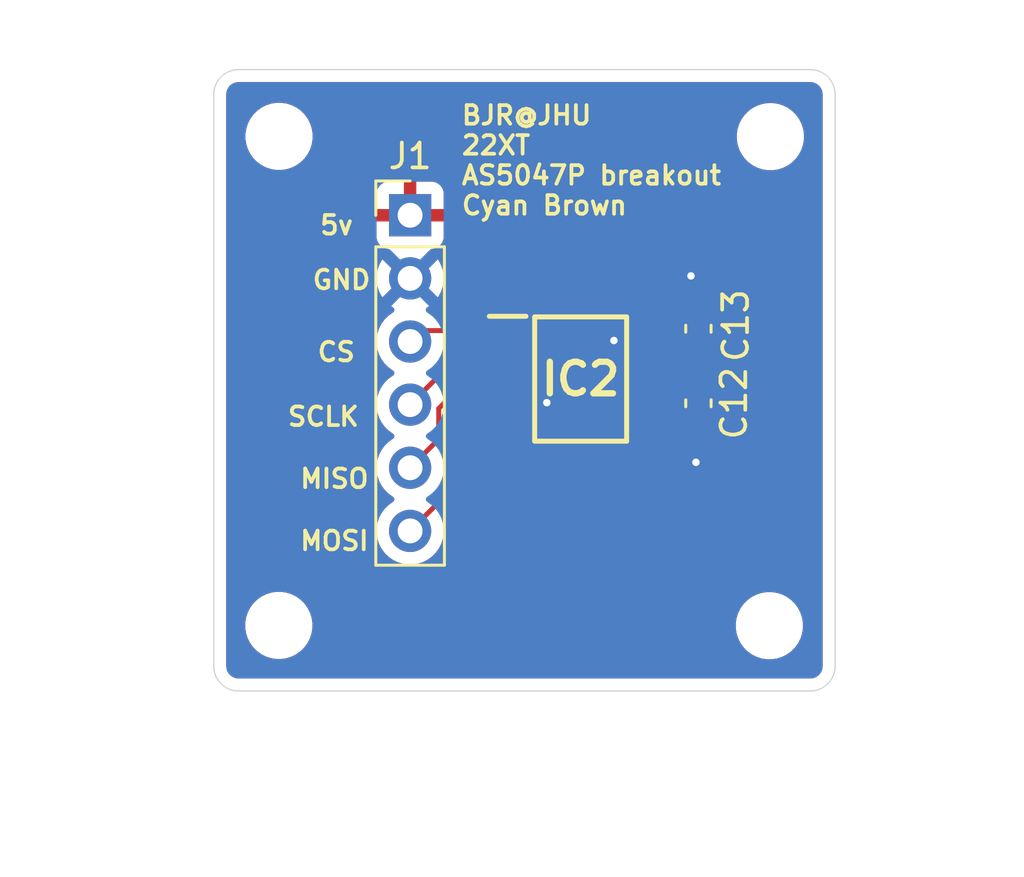
<source format=kicad_pcb>
(kicad_pcb (version 20241229) (generator "pcbnew") (generator_version "9.0")
  (layers (0 "F.Cu" signal) (2 "B.Cu" signal) (13 "F.Paste" user) (15 "B.Paste" user) (5 "F.SilkS" user "F.Silkscreen") (7 "B.SilkS" user "B.Silkscreen") (1 "F.Mask" user) (3 "B.Mask" user) (25 "Edge.Cuts" user))
  (net 0 "")
  (net 1 "GND")
  (net 2 "5v")
  (net 3 "Net-(IC2-VDD3V)")
  (net 5 "MISO")
  (net 6 "!CS")
  (net 7 "SCLK")
  (net 9 "MOSI")
  (footprint "MountingHole:MountingHole_2.2mm_M2" (layer "F.Cu") (at 152.494313 74.79766)
    (property "Reference" "H1" (hide yes))
    (property "Value" "MountingHole")
    (pad "" np_thru_hole circle (at 0 0) (size 2.2 2.2) (drill 2.2) (layers "*.Cu" "*.Mask"))
  )
  (footprint "MountingHole:MountingHole_2.2mm_M2" (layer "F.Cu") (at 152.453527 94.473245)
    (property "Reference" "H4" (hide yes))
    (property "Value" "MountingHole")
    (pad "" np_thru_hole circle (at 0 0) (size 2.2 2.2) (drill 2.2) (layers "*.Cu" "*.Mask"))
  )
  (footprint "Connector_PinHeader_2.54mm:PinHeader_1x06_P2.54mm_Vertical" (layer "F.Cu") (at 138 77.96)
    (property "Reference" "J1" (at 0 -2.38 0) (layer "F.SilkS"))
    (property "Value" "Conn_01x06")
    (fp_line (start -1.38 -1.38) (end 0 -1.38) (stroke (width 0.12)) (layer "F.SilkS"))
    (fp_line (start -1.38 0) (end -1.38 -1.38) (stroke (width 0.12)) (layer "F.SilkS"))
    (fp_line (start -1.38 1.27) (end -1.38 14.08) (stroke (width 0.12)) (layer "F.SilkS"))
    (fp_line (start -1.38 1.27) (end 1.38 1.27) (stroke (width 0.12)) (layer "F.SilkS"))
    (fp_line (start -1.38 14.08) (end 1.38 14.08) (stroke (width 0.12)) (layer "F.SilkS"))
    (fp_line (start 1.38 1.27) (end 1.38 14.08) (stroke (width 0.12)) (layer "F.SilkS"))
    (pad "1" thru_hole rect (at 0 0) (size 1.7 1.7) (drill 1) (layers "*.Cu" "*.Mask") (net 2 "5v"))
    (pad "2" thru_hole circle (at 0 2.54) (size 1.7 1.7) (drill 1) (layers "*.Cu" "*.Mask") (net 1 "GND"))
    (pad "3" thru_hole circle (at 0 5.08) (size 1.7 1.7) (drill 1) (layers "*.Cu" "*.Mask") (net 6 "!CS"))
    (pad "4" thru_hole circle (at 0 7.62) (size 1.7 1.7) (drill 1) (layers "*.Cu" "*.Mask") (net 7 "SCLK"))
    (pad "5" thru_hole circle (at 0 10.16) (size 1.7 1.7) (drill 1) (layers "*.Cu" "*.Mask") (net 5 "MISO"))
    (pad "6" thru_hole circle (at 0 12.7) (size 1.7 1.7) (drill 1) (layers "*.Cu" "*.Mask") (net 9 "MOSI"))
  )
  (footprint "can_encoder:AS5047P-ATSM" (layer "F.Cu") (at 144.862 84.55)
    (property "Reference" "IC2" (at 0 0 0) (layer "F.SilkS") (effects (font (size 1.27 1.27) (thickness 0.254))))
    (property "Value" "AS5047P-ATSM" (hide yes))
    (fp_line (start -3.675 -2.525) (end -2.2 -2.525) (stroke (width 0.2)) (layer "F.SilkS"))
    (fp_line (start -1.85 -2.5) (end 1.85 -2.5) (stroke (width 0.2)) (layer "F.SilkS"))
    (fp_line (start -1.85 2.5) (end -1.85 -2.5) (stroke (width 0.2)) (layer "F.SilkS"))
    (fp_line (start 1.85 -2.5) (end 1.85 2.5) (stroke (width 0.2)) (layer "F.SilkS"))
    (fp_line (start 1.85 2.5) (end -1.85 2.5) (stroke (width 0.2)) (layer "F.SilkS"))
    (pad "1" smd rect (at -2.938 -1.95 90) (size 0.45 1.475) (layers "F.Cu" "F.Mask" "F.Paste") (net 6 "!CS"))
    (pad "2" smd rect (at -2.938 -1.3 90) (size 0.45 1.475) (layers "F.Cu" "F.Mask" "F.Paste") (net 7 "SCLK"))
    (pad "3" smd rect (at -2.938 -0.65 90) (size 0.45 1.475) (layers "F.Cu" "F.Mask" "F.Paste") (net 5 "MISO"))
    (pad "4" smd rect (at -2.938 0 90) (size 0.45 1.475) (layers "F.Cu" "F.Mask" "F.Paste") (net 9 "MOSI"))
    (pad "5" smd rect (at -2.938 0.65 90) (size 0.45 1.475) (layers "F.Cu" "F.Mask" "F.Paste") (net 1 "GND"))
    (pad "6" smd rect (at -2.938 1.3 90) (size 0.45 1.475) (layers "F.Cu" "F.Mask" "F.Paste"))
    (pad "7" smd rect (at -2.938 1.95 90) (size 0.45 1.475) (layers "F.Cu" "F.Mask" "F.Paste"))
    (pad "8" smd rect (at 2.938 1.95 90) (size 0.45 1.475) (layers "F.Cu" "F.Mask" "F.Paste"))
    (pad "9" smd rect (at 2.938 1.3 90) (size 0.45 1.475) (layers "F.Cu" "F.Mask" "F.Paste"))
    (pad "10" smd rect (at 2.938 0.65 90) (size 0.45 1.475) (layers "F.Cu" "F.Mask" "F.Paste"))
    (pad "11" smd rect (at 2.938 0 90) (size 0.45 1.475) (layers "F.Cu" "F.Mask" "F.Paste") (net 2 "5v"))
    (pad "12" smd rect (at 2.938 -0.65 90) (size 0.45 1.475) (layers "F.Cu" "F.Mask" "F.Paste") (net 3 "Net-(IC2-VDD3V)"))
    (pad "13" smd rect (at 2.938 -1.3 90) (size 0.45 1.475) (layers "F.Cu" "F.Mask" "F.Paste") (net 1 "GND"))
    (pad "14" smd rect (at 2.938 -1.95 90) (size 0.45 1.475) (layers "F.Cu" "F.Mask" "F.Paste"))
  )
  (footprint "Capacitor_SMD:C_0603_1608Metric" (layer "F.Cu") (at 149.6 85.525 -90)
    (property "Reference" "C12" (at 0 -1.43 90) (layer "F.SilkS"))
    (property "Value" "100nF" (hide yes))
    (fp_line (start -0.14058 0.51) (end 0.14058 0.51) (stroke (width 0.12)) (layer "F.SilkS"))
    (fp_line (start -0.14058 -0.51) (end 0.14058 -0.51) (stroke (width 0.12)) (layer "F.SilkS"))
    (pad "1" smd roundrect (at -0.775 0 270) (size 0.9 0.95) (layers "F.Cu" "F.Mask" "F.Paste") (net 2 "5v"))
    (pad "2" smd roundrect (at 0.775 0 270) (size 0.9 0.95) (layers "F.Cu" "F.Mask" "F.Paste") (net 1 "GND"))
  )
  (footprint "MountingHole:MountingHole_2.2mm_M2" (layer "F.Cu") (at 132.726625 74.786846)
    (property "Reference" "H3" (hide yes))
    (property "Value" "MountingHole")
    (pad "" np_thru_hole circle (at 0 0) (size 2.2 2.2) (drill 2.2) (layers "*.Cu" "*.Mask"))
  )
  (footprint "MountingHole:MountingHole_2.2mm_M2" (layer "F.Cu") (at 132.718281 94.462431)
    (property "Reference" "H2" (hide yes))
    (property "Value" "MountingHole")
    (pad "" np_thru_hole circle (at 0 0) (size 2.2 2.2) (drill 2.2) (layers "*.Cu" "*.Mask"))
  )
  (footprint "Capacitor_SMD:C_0603_1608Metric" (layer "F.Cu") (at 149.6 82.525 90)
    (property "Reference" "C13" (at 0.125 1.5 90) (layer "F.SilkS"))
    (property "Value" "1uF" (hide yes))
    (fp_line (start -0.14058 -0.51) (end 0.14058 -0.51) (stroke (width 0.12)) (layer "F.SilkS"))
    (fp_line (start -0.14058 0.51) (end 0.14058 0.51) (stroke (width 0.12)) (layer "F.SilkS"))
    (pad "1" smd roundrect (at -0.775 0 90) (size 0.9 0.95) (layers "F.Cu" "F.Mask" "F.Paste") (net 3 "Net-(IC2-VDD3V)"))
    (pad "2" smd roundrect (at 0.775 0 90) (size 0.9 0.95) (layers "F.Cu" "F.Mask" "F.Paste") (net 1 "GND"))
  )
  (gr_line (start 130.1 73.1) (end 130.1 96.1) (stroke (width 0.05)) (layer "Edge.Cuts"))
  (gr_line (start 154.1 97.1) (end 131.1 97.1) (stroke (width 0.05)) (layer "Edge.Cuts"))
  (gr_line (start 155.1 73.1) (end 155.1 96.1) (stroke (width 0.05)) (layer "Edge.Cuts"))
  (gr_arc (start 154.1 72.1) (mid 154.807107 72.392893) (end 155.1 73.1) (stroke (width 0.05)) (layer "Edge.Cuts"))
  (gr_arc (start 130.1 73.1) (mid 130.392893 72.392893) (end 131.1 72.1) (stroke (width 0.05)) (layer "Edge.Cuts"))
  (gr_arc (start 155.1 96.1) (mid 154.807107 96.807107) (end 154.1 97.1) (stroke (width 0.05)) (layer "Edge.Cuts"))
  (gr_line (start 131.1 72.1) (end 154.1 72.1) (stroke (width 0.05)) (layer "Edge.Cuts"))
  (gr_arc (start 131.1 97.1) (mid 130.392893 96.807107) (end 130.1 96.1) (stroke (width 0.05)) (layer "Edge.Cuts"))
  (gr_text "GND" (at 134 81 0) (layer "F.SilkS") (effects (font (size 0.75 0.75) (thickness 0.15) (bold yes)) (justify left bottom)))
  (gr_text "MOSI" (at 133.5 91.5 0) (layer "F.SilkS") (effects (font (size 0.75 0.75) (thickness 0.15) (bold yes)) (justify left bottom)))
  (gr_text "5v" (at 134.3 78.8 0) (layer "F.SilkS") (effects (font (size 0.75 0.75) (thickness 0.15) (bold yes)) (justify left bottom)))
  (gr_text "SCLK" (at 133 86.5 0) (layer "F.SilkS") (effects (font (size 0.75 0.75) (thickness 0.15) (bold yes)) (justify left bottom)))
  (gr_text "BJR@JHU\n22XT\nAS5047P breakout\nCyan Brown" (at 140 78 0) (layer "F.SilkS") (effects (font (size 0.75 0.75) (thickness 0.15) (bold yes)) (justify left bottom)))
  (gr_text "MISO" (at 133.5 89 0) (layer "F.SilkS") (effects (font (size 0.75 0.75) (thickness 0.15) (bold yes)) (justify left bottom)))
  (gr_text "CS" (at 134.2 83.9 0) (layer "F.SilkS") (effects (font (size 0.75 0.75) (thickness 0.15) (bold yes)) (justify left bottom)))
  (segment (start 146.65 83.25) (end 147.8 83.25) (width 0.2) (layer "F.Cu") (net 1))
  (segment (start 149.6 80.7) (end 149.3 80.4) (width 0.2) (layer "F.Cu") (net 1))
  (segment (start 149.6 86.3) (end 149.6 87.8) (width 0.2) (layer "F.Cu") (net 1))
  (segment (start 149.6 87.8) (end 149.5 87.9) (width 0.2) (layer "F.Cu") (net 1))
  (segment (start 143.2 85.2) (end 143.5 85.5) (width 0.2) (layer "F.Cu") (net 1))
  (segment (start 146.4 83) (end 146.65 83.25) (width 0.2) (layer "F.Cu") (net 1))
  (segment (start 146.2 83) (end 146.4 83) (width 0.2) (layer "F.Cu") (net 1))
  (segment (start 141.924 85.2) (end 143.2 85.2) (width 0.2) (layer "F.Cu") (net 1))
  (segment (start 149.6 81.75) (end 149.6 80.7) (width 0.2) (layer "F.Cu") (net 1))
  (via (at 146.2 83) (size 0.6) (drill 0.3) (layers "F.Cu" "B.Cu") (net 1))
  (via (at 143.5 85.5) (size 0.6) (drill 0.3) (layers "F.Cu" "B.Cu") (net 1))
  (via (at 149.5 87.9) (size 0.6) (drill 0.3) (layers "F.Cu" "B.Cu") (net 1))
  (via (at 149.3 80.4) (size 0.6) (drill 0.3) (layers "F.Cu" "B.Cu") (net 1))
  (segment (start 149.6 84.75) (end 149.4 84.55) (width 0.2) (layer "F.Cu") (net 2))
  (segment (start 149.4 84.55) (end 147.8 84.55) (width 0.2) (layer "F.Cu") (net 2))
  (segment (start 149.6 83.3) (end 149 83.9) (width 0.2) (layer "F.Cu") (net 3))
  (segment (start 149 83.9) (end 147.8 83.9) (width 0.2) (layer "F.Cu") (net 3))
  (segment (start 139.151 86.969) (end 138 88.12) (width 0.2) (layer "F.Cu") (net 5))
  (segment (start 139.151 85.7355) (end 139.151 86.969) (width 0.2) (layer "F.Cu") (net 5))
  (segment (start 141.924 83.9) (end 140.9865 83.9) (width 0.2) (layer "F.Cu") (net 5))
  (segment (start 140.9865 83.9) (end 139.151 85.7355) (width 0.2) (layer "F.Cu") (net 5))
  (segment (start 138.44 82.6) (end 141.924 82.6) (width 0.2) (layer "F.Cu") (net 6))
  (segment (start 138 83.04) (end 138.44 82.6) (width 0.2) (layer "F.Cu") (net 6))
  (segment (start 138 85.58) (end 140.33 83.25) (width 0.2) (layer "F.Cu") (net 7))
  (segment (start 140.33 83.25) (end 141.924 83.25) (width 0.2) (layer "F.Cu") (net 7))
  (segment (start 141.924 84.55) (end 141.0095 84.55) (width 0.2) (layer "F.Cu") (net 9))
  (segment (start 141.0095 84.55) (end 139.552 86.0075) (width 0.2) (layer "F.Cu") (net 9))
  (segment (start 139.552 86.0075) (end 139.552 89.108) (width 0.2) (layer "F.Cu") (net 9))
  (segment (start 139.552 89.108) (end 138 90.66) (width 0.2) (layer "F.Cu") (net 9))
  (zone (net 2) (net_name "5v") (layer "F.Cu") (connect_pads (clearance 0.5)) (min_thickness 0.25) (fill yes (thermal_gap 0.5) (thermal_bridge_width 0.5))
    (polygon (pts (xy 126.2 69.7) (xy 159 69.3) (xy 158.9 104.1) (xy 121.5 100.5)))
  )
  (zone (net 1) (net_name "GND") (layer "B.Cu") (priority 1) (connect_pads (clearance 0.5)) (min_thickness 0.25) (fill yes (thermal_gap 0.5) (thermal_bridge_width 0.5))
    (polygon (pts (xy 124.4 69.4) (xy 162.7 69.3) (xy 161.3 104.6) (xy 122.4 102.8)))
  )
)
</source>
